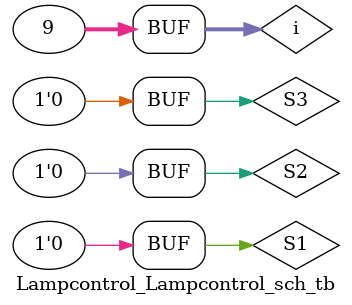
<source format=v>

`timescale 1ns / 1ps

module Lampcontrol_Lampcontrol_sch_tb();

// Inputs
   reg S3;
   reg S2;
   reg S1;

// Output
   wire F;

// Bidirs

// Instantiate the UUT
   Lampcontrol UUT (
		.F(F), 
		.S3(S3), 
		.S2(S2), 
		.S1(S1)
   );
// Initialize Inputs
 	integer i;
	initial begin
		for(i=0;i<=8;i=i+1)begin
			{S3,S2,S1} <= i;
			#50;
		end
    end
	 
endmodule

</source>
